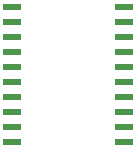
<source format=gbr>
%TF.GenerationSoftware,KiCad,Pcbnew,7.0.5*%
%TF.CreationDate,2024-02-10T13:24:14-07:00*%
%TF.ProjectId,z80_board,7a38305f-626f-4617-9264-2e6b69636164,rev?*%
%TF.SameCoordinates,Original*%
%TF.FileFunction,Paste,Top*%
%TF.FilePolarity,Positive*%
%FSLAX46Y46*%
G04 Gerber Fmt 4.6, Leading zero omitted, Abs format (unit mm)*
G04 Created by KiCad (PCBNEW 7.0.5) date 2024-02-10 13:24:14*
%MOMM*%
%LPD*%
G01*
G04 APERTURE LIST*
%ADD10R,1.500000X0.600000*%
G04 APERTURE END LIST*
D10*
%TO.C,U2*%
X175000000Y-145465000D03*
X175000000Y-144195000D03*
X175000000Y-142925000D03*
X175000000Y-141655000D03*
X175000000Y-140385000D03*
X175000000Y-139115000D03*
X175000000Y-137845000D03*
X175000000Y-136575000D03*
X175000000Y-135305000D03*
X175000000Y-134035000D03*
X165500000Y-134035000D03*
X165500000Y-135305000D03*
X165500000Y-136575000D03*
X165500000Y-137845000D03*
X165500000Y-139115000D03*
X165500000Y-140385000D03*
X165500000Y-141655000D03*
X165500000Y-142925000D03*
X165500000Y-144195000D03*
X165500000Y-145465000D03*
%TD*%
M02*

</source>
